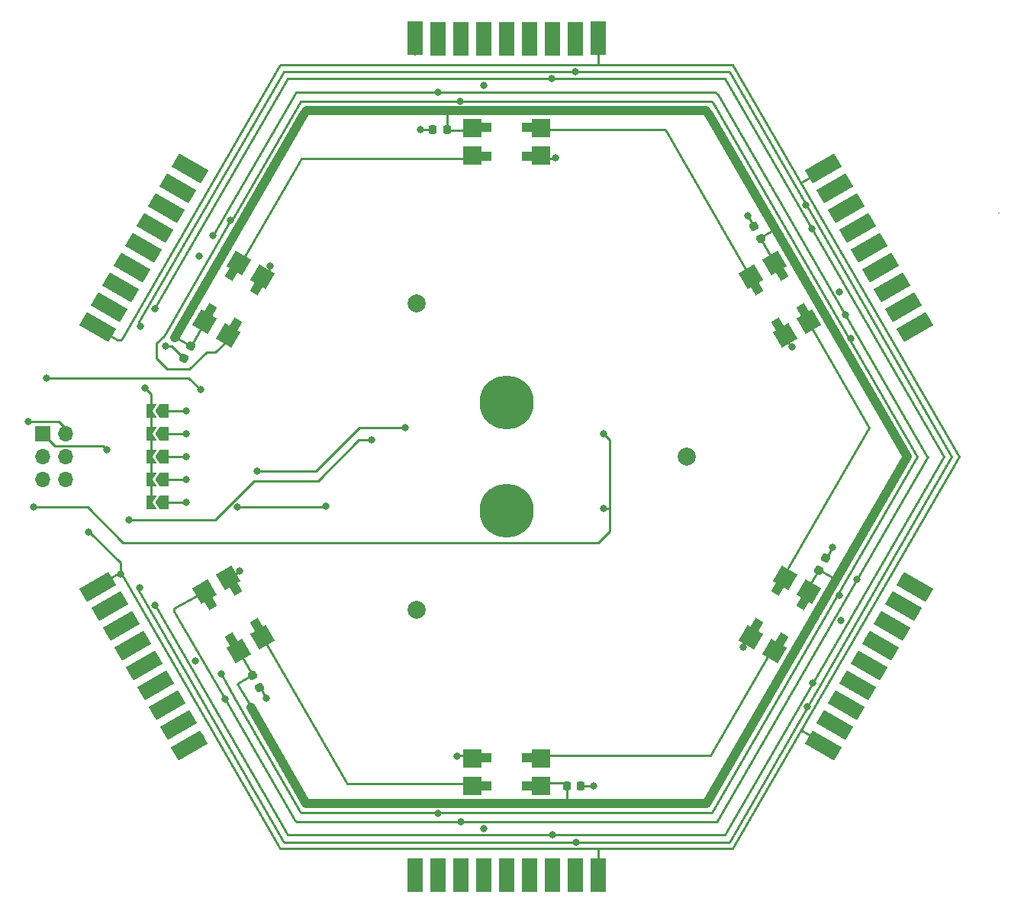
<source format=gtl>
G04 #@! TF.GenerationSoftware,KiCad,Pcbnew,(6.0.2)*
G04 #@! TF.CreationDate,2022-06-23T15:05:51+02:00*
G04 #@! TF.ProjectId,cup_sense,6375705f-7365-46e7-9365-2e6b69636164,rev?*
G04 #@! TF.SameCoordinates,Original*
G04 #@! TF.FileFunction,Copper,L1,Top*
G04 #@! TF.FilePolarity,Positive*
%FSLAX46Y46*%
G04 Gerber Fmt 4.6, Leading zero omitted, Abs format (unit mm)*
G04 Created by KiCad (PCBNEW (6.0.2)) date 2022-06-23 15:05:51*
%MOMM*%
%LPD*%
G01*
G04 APERTURE LIST*
G04 Aperture macros list*
%AMRoundRect*
0 Rectangle with rounded corners*
0 $1 Rounding radius*
0 $2 $3 $4 $5 $6 $7 $8 $9 X,Y pos of 4 corners*
0 Add a 4 corners polygon primitive as box body*
4,1,4,$2,$3,$4,$5,$6,$7,$8,$9,$2,$3,0*
0 Add four circle primitives for the rounded corners*
1,1,$1+$1,$2,$3*
1,1,$1+$1,$4,$5*
1,1,$1+$1,$6,$7*
1,1,$1+$1,$8,$9*
0 Add four rect primitives between the rounded corners*
20,1,$1+$1,$2,$3,$4,$5,0*
20,1,$1+$1,$4,$5,$6,$7,0*
20,1,$1+$1,$6,$7,$8,$9,0*
20,1,$1+$1,$8,$9,$2,$3,0*%
%AMRotRect*
0 Rectangle, with rotation*
0 The origin of the aperture is its center*
0 $1 length*
0 $2 width*
0 $3 Rotation angle, in degrees counterclockwise*
0 Add horizontal line*
21,1,$1,$2,0,0,$3*%
%AMFreePoly0*
4,1,6,1.000000,0.000000,0.500000,-0.750000,-0.500000,-0.750000,-0.500000,0.750000,0.500000,0.750000,1.000000,0.000000,1.000000,0.000000,$1*%
%AMFreePoly1*
4,1,6,0.500000,-0.750000,-0.650000,-0.750000,-0.150000,0.000000,-0.650000,0.750000,0.500000,0.750000,0.500000,-0.750000,0.500000,-0.750000,$1*%
G04 Aperture macros list end*
G04 #@! TA.AperFunction,EtchedComponent*
%ADD10C,0.200000*%
G04 #@! TD*
G04 #@! TA.AperFunction,SMDPad,CuDef*
%ADD11RoundRect,0.225000X-0.329006X0.069856X-0.104006X-0.319856X0.329006X-0.069856X0.104006X0.319856X0*%
G04 #@! TD*
G04 #@! TA.AperFunction,SMDPad,CuDef*
%ADD12RotRect,3.750000X1.700000X210.000000*%
G04 #@! TD*
G04 #@! TA.AperFunction,SMDPad,CuDef*
%ADD13R,1.700000X3.750000*%
G04 #@! TD*
G04 #@! TA.AperFunction,SMDPad,CuDef*
%ADD14R,1.500000X1.000000*%
G04 #@! TD*
G04 #@! TA.AperFunction,SMDPad,CuDef*
%ADD15R,2.000000X2.000000*%
G04 #@! TD*
G04 #@! TA.AperFunction,SMDPad,CuDef*
%ADD16RoundRect,0.225000X0.104006X-0.319856X0.329006X0.069856X-0.104006X0.319856X-0.329006X-0.069856X0*%
G04 #@! TD*
G04 #@! TA.AperFunction,SMDPad,CuDef*
%ADD17RoundRect,0.225000X-0.104006X0.319856X-0.329006X-0.069856X0.104006X-0.319856X0.329006X0.069856X0*%
G04 #@! TD*
G04 #@! TA.AperFunction,ComponentPad*
%ADD18C,6.000000*%
G04 #@! TD*
G04 #@! TA.AperFunction,SMDPad,CuDef*
%ADD19RotRect,3.750000X1.700000X330.000000*%
G04 #@! TD*
G04 #@! TA.AperFunction,SMDPad,CuDef*
%ADD20RotRect,2.000000X2.000000X60.000000*%
G04 #@! TD*
G04 #@! TA.AperFunction,SMDPad,CuDef*
%ADD21RotRect,1.500000X1.000000X60.000000*%
G04 #@! TD*
G04 #@! TA.AperFunction,SMDPad,CuDef*
%ADD22FreePoly0,180.000000*%
G04 #@! TD*
G04 #@! TA.AperFunction,SMDPad,CuDef*
%ADD23FreePoly1,180.000000*%
G04 #@! TD*
G04 #@! TA.AperFunction,SMDPad,CuDef*
%ADD24RoundRect,0.225000X0.225000X0.250000X-0.225000X0.250000X-0.225000X-0.250000X0.225000X-0.250000X0*%
G04 #@! TD*
G04 #@! TA.AperFunction,SMDPad,CuDef*
%ADD25RotRect,2.000000X2.000000X120.000000*%
G04 #@! TD*
G04 #@! TA.AperFunction,SMDPad,CuDef*
%ADD26RotRect,1.500000X1.000000X120.000000*%
G04 #@! TD*
G04 #@! TA.AperFunction,SMDPad,CuDef*
%ADD27RotRect,1.500000X1.000000X300.000000*%
G04 #@! TD*
G04 #@! TA.AperFunction,SMDPad,CuDef*
%ADD28RotRect,2.000000X2.000000X300.000000*%
G04 #@! TD*
G04 #@! TA.AperFunction,ComponentPad*
%ADD29C,2.000000*%
G04 #@! TD*
G04 #@! TA.AperFunction,ComponentPad*
%ADD30R,1.700000X1.700000*%
G04 #@! TD*
G04 #@! TA.AperFunction,ComponentPad*
%ADD31O,1.700000X1.700000*%
G04 #@! TD*
G04 #@! TA.AperFunction,SMDPad,CuDef*
%ADD32RoundRect,0.225000X-0.225000X-0.250000X0.225000X-0.250000X0.225000X0.250000X-0.225000X0.250000X0*%
G04 #@! TD*
G04 #@! TA.AperFunction,SMDPad,CuDef*
%ADD33RoundRect,0.225000X0.329006X-0.069856X0.104006X0.319856X-0.329006X0.069856X-0.104006X-0.319856X0*%
G04 #@! TD*
G04 #@! TA.AperFunction,SMDPad,CuDef*
%ADD34RotRect,2.000000X2.000000X240.000000*%
G04 #@! TD*
G04 #@! TA.AperFunction,SMDPad,CuDef*
%ADD35RotRect,1.500000X1.000000X240.000000*%
G04 #@! TD*
G04 #@! TA.AperFunction,ViaPad*
%ADD36C,0.800000*%
G04 #@! TD*
G04 #@! TA.AperFunction,Conductor*
%ADD37C,0.250000*%
G04 #@! TD*
G04 #@! TA.AperFunction,Conductor*
%ADD38C,1.000000*%
G04 #@! TD*
G04 APERTURE END LIST*
D10*
X54650850Y27139177D02*
G75*
G03*
X54650850Y27139177I0J0D01*
G01*
D11*
X27418999Y25599340D03*
X28193999Y24257000D03*
D12*
X45301684Y14423182D03*
X44073253Y16646886D03*
X42803253Y18846591D03*
X41533253Y21046295D03*
X40263253Y23246000D03*
X38993253Y25445705D03*
X37723253Y27645409D03*
X36453253Y29845114D03*
X35183253Y32044818D03*
D13*
X-10160000Y46492000D03*
X-7620000Y46444000D03*
X-5080000Y46444000D03*
X-2540000Y46444000D03*
X0Y46444000D03*
X2540000Y46444000D03*
X5080000Y46444000D03*
X7620000Y46444000D03*
X10160000Y46492000D03*
D14*
X2450000Y-36600000D03*
D15*
X3810000Y-36524000D03*
D14*
X2450000Y-33400000D03*
D15*
X3810000Y-33476000D03*
D14*
X-2450000Y-33400000D03*
D15*
X-3810000Y-33476000D03*
D14*
X-2450000Y-36600000D03*
D15*
X-3810000Y-36524000D03*
D12*
X-35183253Y-32044818D03*
X-36411684Y-29821114D03*
X-37681684Y-27621409D03*
X-38951684Y-25421705D03*
X-40221684Y-23222000D03*
X-41491684Y-21022295D03*
X-42761684Y-18822591D03*
X-44031684Y-16622886D03*
X-45343253Y-14447182D03*
D16*
X-35820500Y10976660D03*
X-35045500Y12319000D03*
D17*
X35439499Y-11266830D03*
X34664499Y-12609170D03*
D18*
X0Y6000000D03*
D19*
X-35141684Y32020818D03*
X-36453253Y29845114D03*
X-37723253Y27645409D03*
X-38993253Y25445705D03*
X-40263253Y23246000D03*
X-41533253Y21046295D03*
X-42803253Y18846591D03*
X-44073253Y16646886D03*
X-45343253Y14447182D03*
D20*
X-33535712Y14962443D03*
D21*
X-32921530Y16178238D03*
D20*
X-30896066Y13438443D03*
D21*
X-30150248Y14578238D03*
D20*
X-27086066Y20037557D03*
D21*
X-27700248Y18821762D03*
D20*
X-29725712Y21561557D03*
D21*
X-30471530Y20421762D03*
D22*
X-38010000Y0D03*
D23*
X-39460000Y0D03*
D24*
X8268000Y-36576000D03*
X6718000Y-36576000D03*
D13*
X-10160000Y-46444000D03*
X-7620000Y-46492000D03*
X-5080000Y-46492000D03*
X-2540000Y-46492000D03*
X0Y-46492000D03*
X2540000Y-46492000D03*
X5080000Y-46492000D03*
X7620000Y-46492000D03*
X10160000Y-46492000D03*
D14*
X-2450000Y36600000D03*
D15*
X-3810000Y36524000D03*
D14*
X-2450000Y33400000D03*
D15*
X-3810000Y33476000D03*
D14*
X2450000Y33400000D03*
D15*
X3810000Y33476000D03*
X3810000Y36524000D03*
D14*
X2450000Y36600000D03*
D25*
X-29725712Y-21561557D03*
D26*
X-30471530Y-20421762D03*
D25*
X-27086066Y-20037557D03*
D26*
X-27700248Y-18821762D03*
D25*
X-30896066Y-13438443D03*
D26*
X-30150248Y-14578238D03*
X-32921530Y-16178238D03*
D25*
X-33535712Y-14962443D03*
D22*
X-38010000Y2540000D03*
D23*
X-39460000Y2540000D03*
D27*
X30471530Y20421762D03*
D28*
X29725712Y21561557D03*
X27086066Y20037557D03*
D27*
X27700248Y18821762D03*
X30150248Y14578238D03*
D28*
X30896066Y13438443D03*
X33535712Y14962443D03*
D27*
X32921530Y16178238D03*
D22*
X-38010000Y5080000D03*
D23*
X-39460000Y5080000D03*
D22*
X-38010000Y-2540000D03*
D23*
X-39460000Y-2540000D03*
D22*
X-38010000Y-5080000D03*
D23*
X-39460000Y-5080000D03*
D29*
X-10000000Y-17000000D03*
X20000000Y0D03*
X-10000000Y17000000D03*
D30*
X-51435000Y2560000D03*
D31*
X-48895000Y2560000D03*
X-51435000Y20000D03*
X-48895000Y20000D03*
X-51435000Y-2520000D03*
X-48895000Y-2520000D03*
D18*
X0Y-6000000D03*
D32*
X-8153999Y36322000D03*
X-6603999Y36322000D03*
D19*
X45343253Y-14447182D03*
X44031684Y-16622886D03*
X42761684Y-18822591D03*
X41491684Y-21022295D03*
X40221684Y-23222000D03*
X38951684Y-25421705D03*
X37681684Y-27621409D03*
X36411684Y-29821114D03*
X35183253Y-32044818D03*
D33*
X-27418999Y-25599340D03*
X-28193999Y-24257000D03*
D34*
X33535712Y-14962443D03*
D35*
X32921530Y-16178238D03*
X30150248Y-14578238D03*
D34*
X30896066Y-13438443D03*
D35*
X27700248Y-18821762D03*
D34*
X27086066Y-20037557D03*
X29725712Y-21561557D03*
D35*
X30471530Y-20421762D03*
D36*
X10795000Y2540001D03*
X-51040000Y8730000D03*
X-33940000Y7460001D03*
X-42514460Y-21612795D03*
X39974460Y-26012205D03*
X10795000Y-5715000D03*
X2540000Y-47625000D03*
X-53086000Y3937000D03*
X-42514460Y21612795D03*
X2540000Y47625000D03*
X39974460Y26012205D03*
X-52451000Y-5588000D03*
X-11260000Y3200000D03*
X-39116000Y-22352000D03*
X0Y44958000D03*
X-27690000Y-1580000D03*
X-40132000Y7620001D03*
X39116000Y-22352000D03*
X39083162Y22400082D03*
X0Y-45085000D03*
X-39116000Y22606000D03*
X-10089700Y38410700D03*
X-10160000Y44958000D03*
X44112307Y-13443063D03*
X38407029Y-10230296D03*
X-28345845Y27946954D03*
X-10179000Y-38500000D03*
X-10160000Y-45085000D03*
X-28300290Y-27824386D03*
X44163162Y13601264D03*
X-33935269Y-31158918D03*
X-34058123Y31223000D03*
X38469884Y10292309D03*
X-29599430Y-12655993D03*
X-2540001Y45085000D03*
X-34545222Y-22669500D03*
X-26234452Y21140808D03*
X36968713Y18264310D03*
X-37844778Y-24574500D03*
X26797000Y26797000D03*
X-2540000Y-45084999D03*
X9652000Y-36576000D03*
X-34052272Y22299734D03*
X-9525000Y36322000D03*
X-2540001Y-41275000D03*
X-2540000Y41275001D03*
X40384778Y20256501D03*
X31667008Y12200430D03*
X40384778Y-20129500D03*
X-37846000Y12319000D03*
X5432555Y33214237D03*
X-5461000Y-33274000D03*
X37085222Y-18224500D03*
X-26670001Y-26797000D03*
X36195000Y-10033000D03*
X-37971778Y24574500D03*
X26234452Y-21140808D03*
X-35134067Y-29112811D03*
X42766767Y-15892586D03*
X41623162Y18000673D03*
X-32578567Y24577567D03*
X-7591800Y40510200D03*
X-5016200Y-40500000D03*
X-31214672Y-26927638D03*
X-36464164Y26859815D03*
X-5080000Y-45085000D03*
X37620535Y15763425D03*
X38865625Y-13646740D03*
X-7594600Y44958000D03*
X38188891Y13102901D03*
X41487470Y-18057594D03*
X-5105400Y44958000D03*
X36924785Y-15393997D03*
X-35181464Y29081517D03*
X-36416767Y-26891109D03*
X-7569200Y-39624001D03*
X-30595561Y26264123D03*
X-7620001Y-45085000D03*
X-5117599Y39510201D03*
X-31665405Y-24147909D03*
X42893162Y15800970D03*
X-44323000Y762000D03*
X-35560000Y-5080000D03*
X-35560000Y-2540001D03*
X-35560000Y0D03*
X-35559999Y2540000D03*
X-35560000Y5080000D03*
X-29830000Y-5580000D03*
X-20040000Y-5520000D03*
X-46355000Y-8344500D03*
X-42848989Y-13003988D03*
X-42825269Y-15760986D03*
X33356658Y-27776797D03*
X7631200Y42810200D03*
X7620001Y-45085000D03*
X33230294Y27967547D03*
X7748000Y-42800000D03*
X35273162Y28999195D03*
X-42948122Y15825068D03*
X35222307Y-28840997D03*
X-40732261Y-14539655D03*
X7620000Y44958000D03*
X-40608566Y14499901D03*
X-41678123Y18024773D03*
X-39026034Y16448324D03*
X33952838Y-25144184D03*
X33851873Y25290939D03*
X5119200Y-42000000D03*
X36492308Y-26641292D03*
X5080000Y44958000D03*
X36543162Y26799491D03*
X-38988999Y-16510000D03*
X-41555269Y-17960691D03*
X5053200Y42010199D03*
X5080000Y-45085000D03*
X-14920000Y1880000D03*
X-41910000Y-6984999D03*
D37*
X-35240000Y8760001D02*
X-51010000Y8760000D01*
X-51010000Y8760000D02*
X-51040000Y8730000D01*
X-42545000Y-9525000D02*
X-46482000Y-5588000D01*
X11429999Y1905000D02*
X11430000Y-5715000D01*
X11429999Y1905000D02*
X11430000Y-8255000D01*
X-48895000Y3175000D02*
X-49657000Y3937000D01*
X11430000Y-8255000D02*
X10160000Y-9525000D01*
X10160000Y-9525000D02*
X-42545000Y-9525000D01*
X-33940000Y7460001D02*
X-35240000Y8760001D01*
X10795000Y2540001D02*
X11429999Y1905000D01*
X11430000Y-5715000D02*
X10795000Y-5715000D01*
X-46482000Y-5588000D02*
X-52451000Y-5588000D01*
X-49657000Y3937000D02*
X-53086000Y3937000D01*
X-39460000Y-5080000D02*
X-39460000Y5080000D01*
X-39459999Y6948000D02*
X-40132000Y7620001D01*
X-21120000Y-1580000D02*
X-27690000Y-1580000D01*
X-15090000Y3200000D02*
X-11260000Y3200000D01*
X-39460000Y5080000D02*
X-39459999Y6948000D01*
X-16340000Y3200000D02*
X-19010000Y530000D01*
X-15090000Y3200000D02*
X-16340000Y3200000D01*
X-19010000Y530000D02*
X-21120000Y-1580000D01*
X-36831046Y13211250D02*
X-36832148Y13210148D01*
X-28299878Y-23941930D02*
X-29670982Y-21567110D01*
X28299878Y24068931D02*
X29670982Y21694110D01*
X34894459Y-12696750D02*
X34455640Y-12814331D01*
X-35275459Y12442750D02*
X-36606540Y13211250D01*
X-36606540Y13211250D02*
X-36748192Y13739902D01*
D38*
X-28300290Y-27824386D02*
X-28332386Y-27824386D01*
X6331000Y-38500000D02*
X22227990Y-38500000D01*
X22134350Y38410700D02*
X21164100Y38410700D01*
D37*
X-6604000Y36569500D02*
X-6282761Y36248262D01*
D38*
X-28345844Y27957889D02*
X-28278867Y28024867D01*
D37*
X6718000Y-36576000D02*
X6396762Y-36254762D01*
X6718000Y-38113000D02*
X6331000Y-38500000D01*
X-6604000Y38106500D02*
X-6217000Y38493500D01*
X-35275459Y12442750D02*
X-34836640Y12560331D01*
X34455640Y-12814331D02*
X33084537Y-15189152D01*
X-6282761Y36248262D02*
X-3540555Y36248262D01*
D38*
X-22505402Y38024803D02*
X-28278867Y28024867D01*
D37*
X28417459Y24507751D02*
X29748541Y25276250D01*
X-6604000Y36569500D02*
X-6604000Y38106500D01*
D38*
X21164100Y38410700D02*
X-10089700Y38410700D01*
X-28345845Y27946954D02*
X-28345844Y27957889D01*
X-28278867Y28024867D02*
X-36832148Y13210148D01*
X-28332386Y-27824386D02*
X-28367348Y-27859348D01*
X-10089700Y38410700D02*
X-21304700Y38410700D01*
D37*
X34894459Y-12696750D02*
X36225541Y-13465250D01*
D38*
X44463699Y0D02*
X22489767Y38059967D01*
D37*
X-36606540Y13211250D02*
X-36831046Y13211250D01*
D38*
X22231591Y-38499005D02*
X44459581Y1003D01*
X-28367348Y-27859348D02*
X-22229849Y-38489808D01*
X-10179000Y-38500000D02*
X6331000Y-38500000D01*
D37*
X-34836640Y12560331D02*
X-33465537Y14935152D01*
D38*
X-22119504Y38410700D02*
X-22505402Y38024803D01*
X-21304700Y38410700D02*
X-22119504Y38410700D01*
D37*
X29748541Y25276250D02*
X30277191Y25134598D01*
D38*
X21164100Y38410700D02*
X22139034Y38410700D01*
D37*
X-28417458Y-24380750D02*
X-28299878Y-23941930D01*
X36225541Y-13465250D02*
X36367192Y-13993902D01*
X-28448000Y-27559000D02*
X-29819104Y-25184179D01*
D38*
X-22227990Y-38500000D02*
X-10179000Y-38500000D01*
D37*
X6396762Y-36254762D02*
X3654555Y-36254761D01*
X6718000Y-36576000D02*
X6718000Y-38113000D01*
X-28417458Y-24380750D02*
X-29748541Y-25149250D01*
D38*
X-21304700Y38410700D02*
X-22122630Y38410700D01*
D37*
X28417459Y24507751D02*
X28299878Y24068931D01*
D38*
X22139034Y38410700D02*
X22489767Y38059967D01*
D37*
X-17652999Y-36322000D02*
X-17654576Y-36327881D01*
X-17654576Y-36327881D02*
X-3939709Y-36327880D01*
X-27158603Y-19857811D02*
X-17652999Y-36322000D01*
X-8141000Y36322000D02*
X-9525000Y36322000D01*
X31575158Y12225041D02*
X31667008Y12200430D01*
X-29624041Y-12747842D02*
X-29599430Y-12655993D01*
X26209841Y-21048958D02*
X26234452Y-21140808D01*
X-27362000Y-25598421D02*
X-26670001Y-26797000D01*
X30861000Y13462000D02*
X31575158Y12225041D01*
X26924000Y-19812000D02*
X26209841Y-21048958D01*
X3937000Y33147000D02*
X5365317Y33146999D01*
X27489000Y25598421D02*
X26797000Y26797000D01*
X35503000Y-11231579D02*
X36195000Y-10033000D01*
X8268000Y-36576000D02*
X9652000Y-36576000D01*
X-3965445Y-33206762D02*
X-5393762Y-33206762D01*
X-37162840Y12319000D02*
X-37846000Y12319000D01*
X-26924000Y19812000D02*
X-26209841Y21048958D01*
X-5393762Y-33206762D02*
X-5461000Y-33274000D01*
X-26209841Y21048958D02*
X-26234452Y21140808D01*
X5365317Y33146999D02*
X5432555Y33214237D01*
X-30861000Y-13462000D02*
X-29624041Y-12747842D01*
X-35820500Y10976660D02*
X-37162840Y12319000D01*
X-23380432Y40509206D02*
X-32578567Y24577567D01*
X-7591800Y40510200D02*
X-23376830Y40510200D01*
X-33535712Y-14962443D02*
X-36846863Y-16874137D01*
X-32659296Y24496838D02*
X-32578567Y24577567D01*
X-36850719Y-17165719D02*
X-31214672Y-26927638D01*
X23386292Y-40499005D02*
X23378738Y-40470815D01*
X-23382690Y-40500000D02*
X-5016200Y-40500000D01*
X23378738Y-40470815D02*
X38865625Y-13646740D01*
X46740793Y-6550D02*
X46768982Y1003D01*
X-5016200Y-40500000D02*
X23382690Y-40500000D01*
X-36850719Y-16877993D02*
X-36850719Y-17165719D01*
X38865625Y-13646740D02*
X46740793Y-6550D01*
X23179422Y40510200D02*
X23437411Y40252211D01*
X-7591800Y40510200D02*
X23179422Y40510200D01*
X-31214672Y-26927638D02*
X-23384550Y-40489808D01*
X23437411Y40252211D02*
X46659455Y30452D01*
X-32659296Y24475838D02*
X-32659296Y24496838D01*
X46659455Y30452D02*
X46773100Y1D01*
X-36846863Y-16874137D02*
X-36850719Y-16877993D01*
X22670067Y-33211067D02*
X29527500Y-21333644D01*
X3654555Y-33206762D02*
X22665763Y-33206762D01*
X22665763Y-33206762D02*
X22670067Y-33211067D01*
X40245485Y3257764D02*
X33388051Y15135186D01*
X40239604Y3256189D02*
X40245485Y3257764D01*
X30734000Y-13208001D02*
X40239604Y3256189D01*
X17652999Y36322000D02*
X17654576Y36327881D01*
X17654576Y36327881D02*
X3939709Y36327880D01*
X27158603Y19857811D02*
X17652999Y36322000D01*
X-7506201Y39510201D02*
X-22799480Y39510201D01*
X22365200Y39510200D02*
X-5117599Y39510201D01*
X-32279827Y11630000D02*
X-33260000Y11630000D01*
X-38830000Y10940000D02*
X-38830000Y12600000D01*
X-38830000Y12600000D02*
X-38009684Y13420316D01*
X-22803081Y39509205D02*
X-30451959Y26260959D01*
X45618400Y0D02*
X22896421Y39355621D01*
X-35170000Y9720000D02*
X-37610000Y9720000D01*
X-30166805Y-26743560D02*
X-30166149Y-26743736D01*
X-30166149Y-26743736D02*
X-22807200Y-39489808D01*
X-31665405Y-24147909D02*
X-30166805Y-26743560D01*
X22808941Y-39499005D02*
X45614281Y1003D01*
X22365200Y39510200D02*
X22741842Y39510200D01*
X22741842Y39510200D02*
X22896421Y39355621D01*
X-38009684Y13420316D02*
X-38009684Y13422484D01*
X-37610000Y9720000D02*
X-38830000Y10940000D01*
X-30740622Y13169205D02*
X-32279827Y11630000D01*
X-5117599Y39510201D02*
X-7506201Y39510201D01*
X-22805340Y-39500000D02*
X22805340Y-39500000D01*
X-30464117Y26248801D02*
X-30451959Y26260959D01*
X-38009684Y13422484D02*
X-30595561Y26264123D01*
X-30624158Y26248800D02*
X-30464117Y26248801D01*
X-33260000Y11630000D02*
X-35170000Y9720000D01*
X-30447471Y-26256471D02*
X-30166149Y-26743736D01*
X-44323000Y762000D02*
X-44755511Y1194511D01*
X-44755511Y1194511D02*
X-50069511Y1194511D01*
X-50069511Y1194511D02*
X-51435000Y2560000D01*
X-3721793Y33146999D02*
X-22733000Y33147000D01*
X-22737305Y33151305D02*
X-29594738Y21273882D01*
X-22733000Y33147000D02*
X-22737305Y33151305D01*
X-35560000Y-5080000D02*
X-38010000Y-5080000D01*
X-35560000Y-2540001D02*
X-38010001Y-2540000D01*
X-35560000Y0D02*
X-38010000Y0D01*
X-35559999Y2540000D02*
X-38010000Y2540001D01*
X-35560000Y5080000D02*
X-38010000Y5080000D01*
X-29830000Y-5580000D02*
X-20100000Y-5580000D01*
X-20100000Y-5580000D02*
X-20040000Y-5520000D01*
X-46265500Y-8344500D02*
X-46355000Y-8344500D01*
X35661601Y32156400D02*
X32661342Y30424200D01*
X-42672719Y-13081718D02*
X-25116601Y-43489807D01*
X-42848990Y-11761011D02*
X-46265500Y-8344500D01*
X10160000Y47000000D02*
X10160000Y43561000D01*
X-25114740Y-43500000D02*
X-25090239Y-43524501D01*
X-42848989Y-13003988D02*
X-42848990Y-11761011D01*
X-25090239Y-43524501D02*
X10148901Y-43524501D01*
X10084699Y43534701D02*
X-25084379Y43534701D01*
X-43134353Y12999648D02*
X-42729739Y12999648D01*
X10160000Y-47000000D02*
X10160000Y-43535600D01*
X-25112483Y43509203D02*
X-42723693Y13005693D01*
X25120600Y43510201D02*
X10109200Y43510200D01*
X25118343Y-43499004D02*
X50233083Y1002D01*
X10160000Y43561000D02*
X10109200Y43510200D01*
X32723876Y-30272808D02*
X32757345Y-30263840D01*
X25090239Y-43524501D02*
X25114740Y-43500000D01*
X50237201Y1D02*
X25122461Y43500007D01*
X-42729739Y12999648D02*
X-42723693Y13005693D01*
X35720732Y-32061701D02*
X32742470Y-30342202D01*
X10148901Y-43524501D02*
X25090239Y-43524501D01*
X32742470Y-30342202D02*
X32723876Y-30272808D01*
X-25084379Y43534701D02*
X-25108880Y43510200D01*
X-43130011Y-13003989D02*
X-42848989Y-13003988D01*
X-42750449Y-13003989D02*
X-42672719Y-13081718D01*
X-45863693Y-14582282D02*
X-43130011Y-13003989D01*
X10160000Y-43535600D02*
X10148901Y-43524501D01*
X32661342Y30424200D02*
X32657280Y30409038D01*
X-42848989Y-13003988D02*
X-42750449Y-13003989D01*
X10109200Y43510200D02*
X10084699Y43534701D01*
X-45876561Y14582863D02*
X-43134353Y12999648D01*
X24714200Y-42799000D02*
X49424790Y998D01*
X-24712458Y-42789803D02*
X-40824323Y-14883235D01*
X7748000Y-42800000D02*
X24710590Y-42800000D01*
X-24708340Y42809200D02*
X-40749357Y15025343D01*
X-40749357Y15025343D02*
X-40608566Y14499901D01*
X7631200Y42810200D02*
X-24704731Y42810200D01*
X49428909Y5D02*
X24718318Y42800003D01*
X24716450Y42810200D02*
X7631200Y42810200D01*
X-24710590Y-42800000D02*
X7748000Y-42800000D01*
X-40824323Y-14883235D02*
X-40732261Y-14539655D01*
X-24246460Y42009200D02*
X-38882989Y16657989D01*
X5119200Y-42000000D02*
X24248710Y-42000000D01*
X24252320Y-41999000D02*
X48501030Y998D01*
X48505148Y5D02*
X24256438Y42000003D01*
X24254570Y42010200D02*
X5053200Y42010199D01*
X5053200Y42010199D02*
X-24242850Y42010200D01*
X-24248710Y-42000000D02*
X5119200Y-42000000D01*
X-39026034Y16448324D02*
X-39026034Y16514944D01*
X-38988999Y-16510000D02*
X-38926015Y-16572986D01*
X-39026034Y16514944D02*
X-38882989Y16657989D01*
X-38926015Y-16572986D02*
X-38924985Y-16572986D01*
X-38924985Y-16572986D02*
X-24250578Y-41989803D01*
X-32294999Y-6985000D02*
X-27990000Y-2680000D01*
X-20922500Y-2680000D02*
X-16362500Y1880000D01*
X-41910000Y-6984999D02*
X-32294999Y-6985000D01*
X-16362500Y1880000D02*
X-14920000Y1880000D01*
X-27990000Y-2680000D02*
X-20922500Y-2680000D01*
M02*

</source>
